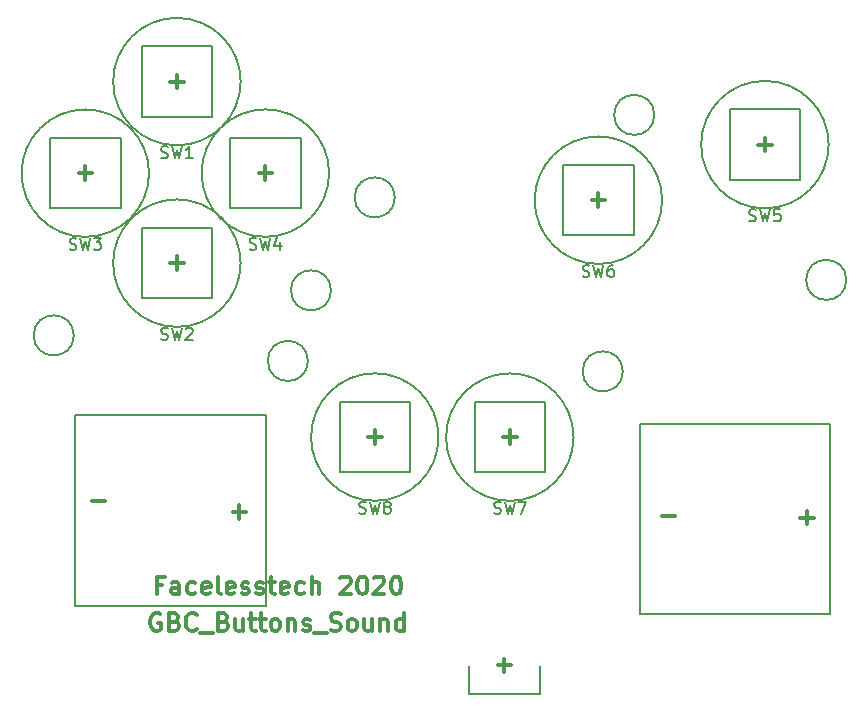
<source format=gbr>
G04 #@! TF.GenerationSoftware,KiCad,Pcbnew,5.0.2+dfsg1-1~bpo9+1*
G04 #@! TF.CreationDate,2020-09-22T18:59:10+01:00*
G04 #@! TF.ProjectId,gbc_outline_buttons_sound_new,6762635f-6f75-4746-9c69-6e655f627574,rev?*
G04 #@! TF.SameCoordinates,Original*
G04 #@! TF.FileFunction,Legend,Top*
G04 #@! TF.FilePolarity,Positive*
%FSLAX46Y46*%
G04 Gerber Fmt 4.6, Leading zero omitted, Abs format (unit mm)*
G04 Created by KiCad (PCBNEW 5.0.2+dfsg1-1~bpo9+1) date Tue 22 Sep 2020 18:59:10 BST*
%MOMM*%
%LPD*%
G01*
G04 APERTURE LIST*
%ADD10C,0.300000*%
%ADD11C,0.150000*%
G04 APERTURE END LIST*
D10*
X69735771Y-152301402D02*
X70878628Y-152301402D01*
X81681391Y-153236122D02*
X82824248Y-153236122D01*
X82252820Y-153807551D02*
X82252820Y-152664694D01*
X129735651Y-153723802D02*
X130878508Y-153723802D01*
X130307080Y-154295231D02*
X130307080Y-153152374D01*
X118021171Y-153594262D02*
X119164028Y-153594262D01*
X75555200Y-161886200D02*
X75412342Y-161814771D01*
X75198057Y-161814771D01*
X74983771Y-161886200D01*
X74840914Y-162029057D01*
X74769485Y-162171914D01*
X74698057Y-162457628D01*
X74698057Y-162671914D01*
X74769485Y-162957628D01*
X74840914Y-163100485D01*
X74983771Y-163243342D01*
X75198057Y-163314771D01*
X75340914Y-163314771D01*
X75555200Y-163243342D01*
X75626628Y-163171914D01*
X75626628Y-162671914D01*
X75340914Y-162671914D01*
X76769485Y-162529057D02*
X76983771Y-162600485D01*
X77055200Y-162671914D01*
X77126628Y-162814771D01*
X77126628Y-163029057D01*
X77055200Y-163171914D01*
X76983771Y-163243342D01*
X76840914Y-163314771D01*
X76269485Y-163314771D01*
X76269485Y-161814771D01*
X76769485Y-161814771D01*
X76912342Y-161886200D01*
X76983771Y-161957628D01*
X77055200Y-162100485D01*
X77055200Y-162243342D01*
X76983771Y-162386200D01*
X76912342Y-162457628D01*
X76769485Y-162529057D01*
X76269485Y-162529057D01*
X78626628Y-163171914D02*
X78555200Y-163243342D01*
X78340914Y-163314771D01*
X78198057Y-163314771D01*
X77983771Y-163243342D01*
X77840914Y-163100485D01*
X77769485Y-162957628D01*
X77698057Y-162671914D01*
X77698057Y-162457628D01*
X77769485Y-162171914D01*
X77840914Y-162029057D01*
X77983771Y-161886200D01*
X78198057Y-161814771D01*
X78340914Y-161814771D01*
X78555200Y-161886200D01*
X78626628Y-161957628D01*
X78912342Y-163457628D02*
X80055200Y-163457628D01*
X80912342Y-162529057D02*
X81126628Y-162600485D01*
X81198057Y-162671914D01*
X81269485Y-162814771D01*
X81269485Y-163029057D01*
X81198057Y-163171914D01*
X81126628Y-163243342D01*
X80983771Y-163314771D01*
X80412342Y-163314771D01*
X80412342Y-161814771D01*
X80912342Y-161814771D01*
X81055200Y-161886200D01*
X81126628Y-161957628D01*
X81198057Y-162100485D01*
X81198057Y-162243342D01*
X81126628Y-162386200D01*
X81055200Y-162457628D01*
X80912342Y-162529057D01*
X80412342Y-162529057D01*
X82555200Y-162314771D02*
X82555200Y-163314771D01*
X81912342Y-162314771D02*
X81912342Y-163100485D01*
X81983771Y-163243342D01*
X82126628Y-163314771D01*
X82340914Y-163314771D01*
X82483771Y-163243342D01*
X82555200Y-163171914D01*
X83055200Y-162314771D02*
X83626628Y-162314771D01*
X83269485Y-161814771D02*
X83269485Y-163100485D01*
X83340914Y-163243342D01*
X83483771Y-163314771D01*
X83626628Y-163314771D01*
X83912342Y-162314771D02*
X84483771Y-162314771D01*
X84126628Y-161814771D02*
X84126628Y-163100485D01*
X84198057Y-163243342D01*
X84340914Y-163314771D01*
X84483771Y-163314771D01*
X85198057Y-163314771D02*
X85055200Y-163243342D01*
X84983771Y-163171914D01*
X84912342Y-163029057D01*
X84912342Y-162600485D01*
X84983771Y-162457628D01*
X85055200Y-162386200D01*
X85198057Y-162314771D01*
X85412342Y-162314771D01*
X85555200Y-162386200D01*
X85626628Y-162457628D01*
X85698057Y-162600485D01*
X85698057Y-163029057D01*
X85626628Y-163171914D01*
X85555200Y-163243342D01*
X85412342Y-163314771D01*
X85198057Y-163314771D01*
X86340914Y-162314771D02*
X86340914Y-163314771D01*
X86340914Y-162457628D02*
X86412342Y-162386200D01*
X86555199Y-162314771D01*
X86769485Y-162314771D01*
X86912342Y-162386200D01*
X86983771Y-162529057D01*
X86983771Y-163314771D01*
X87626628Y-163243342D02*
X87769485Y-163314771D01*
X88055199Y-163314771D01*
X88198057Y-163243342D01*
X88269485Y-163100485D01*
X88269485Y-163029057D01*
X88198057Y-162886200D01*
X88055199Y-162814771D01*
X87840914Y-162814771D01*
X87698057Y-162743342D01*
X87626628Y-162600485D01*
X87626628Y-162529057D01*
X87698057Y-162386200D01*
X87840914Y-162314771D01*
X88055199Y-162314771D01*
X88198057Y-162386200D01*
X88555199Y-163457628D02*
X89698057Y-163457628D01*
X89983771Y-163243342D02*
X90198057Y-163314771D01*
X90555199Y-163314771D01*
X90698057Y-163243342D01*
X90769485Y-163171914D01*
X90840914Y-163029057D01*
X90840914Y-162886200D01*
X90769485Y-162743342D01*
X90698057Y-162671914D01*
X90555199Y-162600485D01*
X90269485Y-162529057D01*
X90126628Y-162457628D01*
X90055199Y-162386200D01*
X89983771Y-162243342D01*
X89983771Y-162100485D01*
X90055199Y-161957628D01*
X90126628Y-161886200D01*
X90269485Y-161814771D01*
X90626628Y-161814771D01*
X90840914Y-161886200D01*
X91698057Y-163314771D02*
X91555200Y-163243342D01*
X91483771Y-163171914D01*
X91412342Y-163029057D01*
X91412342Y-162600485D01*
X91483771Y-162457628D01*
X91555200Y-162386200D01*
X91698057Y-162314771D01*
X91912342Y-162314771D01*
X92055200Y-162386200D01*
X92126628Y-162457628D01*
X92198057Y-162600485D01*
X92198057Y-163029057D01*
X92126628Y-163171914D01*
X92055200Y-163243342D01*
X91912342Y-163314771D01*
X91698057Y-163314771D01*
X93483771Y-162314771D02*
X93483771Y-163314771D01*
X92840914Y-162314771D02*
X92840914Y-163100485D01*
X92912342Y-163243342D01*
X93055200Y-163314771D01*
X93269485Y-163314771D01*
X93412342Y-163243342D01*
X93483771Y-163171914D01*
X94198057Y-162314771D02*
X94198057Y-163314771D01*
X94198057Y-162457628D02*
X94269485Y-162386200D01*
X94412342Y-162314771D01*
X94626628Y-162314771D01*
X94769485Y-162386200D01*
X94840914Y-162529057D01*
X94840914Y-163314771D01*
X96198057Y-163314771D02*
X96198057Y-161814771D01*
X96198057Y-163243342D02*
X96055200Y-163314771D01*
X95769485Y-163314771D01*
X95626628Y-163243342D01*
X95555200Y-163171914D01*
X95483771Y-163029057D01*
X95483771Y-162600485D01*
X95555200Y-162457628D01*
X95626628Y-162386200D01*
X95769485Y-162314771D01*
X96055200Y-162314771D01*
X96198057Y-162386200D01*
X75741011Y-159435337D02*
X75241011Y-159435337D01*
X75241011Y-160221051D02*
X75241011Y-158721051D01*
X75955297Y-158721051D01*
X77169582Y-160221051D02*
X77169582Y-159435337D01*
X77098154Y-159292480D01*
X76955297Y-159221051D01*
X76669582Y-159221051D01*
X76526725Y-159292480D01*
X77169582Y-160149622D02*
X77026725Y-160221051D01*
X76669582Y-160221051D01*
X76526725Y-160149622D01*
X76455297Y-160006765D01*
X76455297Y-159863908D01*
X76526725Y-159721051D01*
X76669582Y-159649622D01*
X77026725Y-159649622D01*
X77169582Y-159578194D01*
X78526725Y-160149622D02*
X78383868Y-160221051D01*
X78098154Y-160221051D01*
X77955297Y-160149622D01*
X77883868Y-160078194D01*
X77812440Y-159935337D01*
X77812440Y-159506765D01*
X77883868Y-159363908D01*
X77955297Y-159292480D01*
X78098154Y-159221051D01*
X78383868Y-159221051D01*
X78526725Y-159292480D01*
X79741011Y-160149622D02*
X79598154Y-160221051D01*
X79312440Y-160221051D01*
X79169582Y-160149622D01*
X79098154Y-160006765D01*
X79098154Y-159435337D01*
X79169582Y-159292480D01*
X79312440Y-159221051D01*
X79598154Y-159221051D01*
X79741011Y-159292480D01*
X79812440Y-159435337D01*
X79812440Y-159578194D01*
X79098154Y-159721051D01*
X80669582Y-160221051D02*
X80526725Y-160149622D01*
X80455297Y-160006765D01*
X80455297Y-158721051D01*
X81812440Y-160149622D02*
X81669582Y-160221051D01*
X81383868Y-160221051D01*
X81241011Y-160149622D01*
X81169582Y-160006765D01*
X81169582Y-159435337D01*
X81241011Y-159292480D01*
X81383868Y-159221051D01*
X81669582Y-159221051D01*
X81812440Y-159292480D01*
X81883868Y-159435337D01*
X81883868Y-159578194D01*
X81169582Y-159721051D01*
X82455297Y-160149622D02*
X82598154Y-160221051D01*
X82883868Y-160221051D01*
X83026725Y-160149622D01*
X83098154Y-160006765D01*
X83098154Y-159935337D01*
X83026725Y-159792480D01*
X82883868Y-159721051D01*
X82669582Y-159721051D01*
X82526725Y-159649622D01*
X82455297Y-159506765D01*
X82455297Y-159435337D01*
X82526725Y-159292480D01*
X82669582Y-159221051D01*
X82883868Y-159221051D01*
X83026725Y-159292480D01*
X83669582Y-160149622D02*
X83812440Y-160221051D01*
X84098154Y-160221051D01*
X84241011Y-160149622D01*
X84312440Y-160006765D01*
X84312440Y-159935337D01*
X84241011Y-159792480D01*
X84098154Y-159721051D01*
X83883868Y-159721051D01*
X83741011Y-159649622D01*
X83669582Y-159506765D01*
X83669582Y-159435337D01*
X83741011Y-159292480D01*
X83883868Y-159221051D01*
X84098154Y-159221051D01*
X84241011Y-159292480D01*
X84741011Y-159221051D02*
X85312440Y-159221051D01*
X84955297Y-158721051D02*
X84955297Y-160006765D01*
X85026725Y-160149622D01*
X85169582Y-160221051D01*
X85312440Y-160221051D01*
X86383868Y-160149622D02*
X86241011Y-160221051D01*
X85955297Y-160221051D01*
X85812440Y-160149622D01*
X85741011Y-160006765D01*
X85741011Y-159435337D01*
X85812440Y-159292480D01*
X85955297Y-159221051D01*
X86241011Y-159221051D01*
X86383868Y-159292480D01*
X86455297Y-159435337D01*
X86455297Y-159578194D01*
X85741011Y-159721051D01*
X87741011Y-160149622D02*
X87598154Y-160221051D01*
X87312440Y-160221051D01*
X87169582Y-160149622D01*
X87098154Y-160078194D01*
X87026725Y-159935337D01*
X87026725Y-159506765D01*
X87098154Y-159363908D01*
X87169582Y-159292480D01*
X87312440Y-159221051D01*
X87598154Y-159221051D01*
X87741011Y-159292480D01*
X88383868Y-160221051D02*
X88383868Y-158721051D01*
X89026725Y-160221051D02*
X89026725Y-159435337D01*
X88955297Y-159292480D01*
X88812440Y-159221051D01*
X88598154Y-159221051D01*
X88455297Y-159292480D01*
X88383868Y-159363908D01*
X90812439Y-158863908D02*
X90883868Y-158792480D01*
X91026725Y-158721051D01*
X91383868Y-158721051D01*
X91526725Y-158792480D01*
X91598154Y-158863908D01*
X91669582Y-159006765D01*
X91669582Y-159149622D01*
X91598154Y-159363908D01*
X90741011Y-160221051D01*
X91669582Y-160221051D01*
X92598154Y-158721051D02*
X92741011Y-158721051D01*
X92883868Y-158792480D01*
X92955297Y-158863908D01*
X93026725Y-159006765D01*
X93098154Y-159292480D01*
X93098154Y-159649622D01*
X93026725Y-159935337D01*
X92955297Y-160078194D01*
X92883868Y-160149622D01*
X92741011Y-160221051D01*
X92598154Y-160221051D01*
X92455297Y-160149622D01*
X92383868Y-160078194D01*
X92312440Y-159935337D01*
X92241011Y-159649622D01*
X92241011Y-159292480D01*
X92312440Y-159006765D01*
X92383868Y-158863908D01*
X92455297Y-158792480D01*
X92598154Y-158721051D01*
X93669582Y-158863908D02*
X93741011Y-158792480D01*
X93883868Y-158721051D01*
X94241011Y-158721051D01*
X94383868Y-158792480D01*
X94455297Y-158863908D01*
X94526725Y-159006765D01*
X94526725Y-159149622D01*
X94455297Y-159363908D01*
X93598154Y-160221051D01*
X94526725Y-160221051D01*
X95455297Y-158721051D02*
X95598154Y-158721051D01*
X95741011Y-158792480D01*
X95812440Y-158863908D01*
X95883868Y-159006765D01*
X95955297Y-159292480D01*
X95955297Y-159649622D01*
X95883868Y-159935337D01*
X95812440Y-160078194D01*
X95741011Y-160149622D01*
X95598154Y-160221051D01*
X95455297Y-160221051D01*
X95312440Y-160149622D01*
X95241011Y-160078194D01*
X95169582Y-159935337D01*
X95098154Y-159649622D01*
X95098154Y-159292480D01*
X95169582Y-159006765D01*
X95241011Y-158863908D01*
X95312440Y-158792480D01*
X95455297Y-158721051D01*
D11*
X107696000Y-168610280D02*
X107696000Y-168605200D01*
X101696520Y-168676320D02*
X107696000Y-168676320D01*
X107696000Y-168661080D02*
X107701080Y-166314120D01*
X101696520Y-168671240D02*
X101701600Y-166324280D01*
D10*
X104122291Y-166243462D02*
X105265148Y-166243462D01*
X104693720Y-166814891D02*
X104693720Y-165672034D01*
X104584571Y-146919142D02*
X105727428Y-146919142D01*
X105156000Y-147490571D02*
X105156000Y-146347714D01*
X93154571Y-146919142D02*
X94297428Y-146919142D01*
X93726000Y-147490571D02*
X93726000Y-146347714D01*
X126174571Y-122154142D02*
X127317428Y-122154142D01*
X126746000Y-122725571D02*
X126746000Y-121582714D01*
X112077571Y-126853142D02*
X113220428Y-126853142D01*
X112649000Y-127424571D02*
X112649000Y-126281714D01*
X83883571Y-124567142D02*
X85026428Y-124567142D01*
X84455000Y-125138571D02*
X84455000Y-123995714D01*
X76390571Y-132187142D02*
X77533428Y-132187142D01*
X76962000Y-132758571D02*
X76962000Y-131615714D01*
X76390571Y-116820142D02*
X77533428Y-116820142D01*
X76962000Y-117391571D02*
X76962000Y-116248714D01*
X68643571Y-124567142D02*
X69786428Y-124567142D01*
X69215000Y-125138571D02*
X69215000Y-123995714D01*
D11*
G04 #@! TO.C,SW3*
X66225420Y-121582180D02*
X72194420Y-121582180D01*
X72194420Y-121582180D02*
X72194420Y-127551180D01*
X72194420Y-127551180D02*
X66225420Y-127551180D01*
X66225420Y-127551180D02*
X66225420Y-121582180D01*
X74606901Y-124566680D02*
G75*
G03X74606901Y-124566680I-5396981J0D01*
G01*
G04 #@! TO.C,REF\002A\002A*
X114714037Y-141348460D02*
G75*
G03X114714037Y-141348460I-1696737J0D01*
G01*
X133637037Y-133601460D02*
G75*
G03X133637037Y-133601460I-1696737J0D01*
G01*
X117381037Y-119631460D02*
G75*
G03X117381037Y-119631460I-1696737J0D01*
G01*
X95410037Y-126616460D02*
G75*
G03X95410037Y-126616460I-1696737J0D01*
G01*
X90012537Y-134490460D02*
G75*
G03X90012537Y-134490460I-1696737J0D01*
G01*
X68232037Y-138300460D02*
G75*
G03X68232037Y-138300460I-1696737J0D01*
G01*
X88056737Y-140462000D02*
G75*
G03X88056737Y-140462000I-1696737J0D01*
G01*
G04 #@! TO.C,LS1*
X124226320Y-145768060D02*
X132290820Y-145768060D01*
X132290820Y-145768060D02*
X132290820Y-161897060D01*
X132290820Y-161897060D02*
X116161820Y-161897060D01*
X116161820Y-161897060D02*
X116161820Y-145768060D01*
X116161820Y-145768060D02*
X124226320Y-145768060D01*
G04 #@! TO.C,SW1*
X73980040Y-113827560D02*
X79949040Y-113827560D01*
X79949040Y-113827560D02*
X79949040Y-119796560D01*
X79949040Y-119796560D02*
X73980040Y-119796560D01*
X73980040Y-119796560D02*
X73980040Y-113827560D01*
X82361521Y-116812060D02*
G75*
G03X82361521Y-116812060I-5396981J0D01*
G01*
G04 #@! TO.C,SW4*
X81470500Y-121574560D02*
X87439500Y-121574560D01*
X87439500Y-121574560D02*
X87439500Y-127543560D01*
X87439500Y-127543560D02*
X81470500Y-127543560D01*
X81470500Y-127543560D02*
X81470500Y-121574560D01*
X89851981Y-124559060D02*
G75*
G03X89851981Y-124559060I-5396981J0D01*
G01*
G04 #@! TO.C,SW2*
X73977500Y-129199640D02*
X79946500Y-129199640D01*
X79946500Y-129199640D02*
X79946500Y-135168640D01*
X79946500Y-135168640D02*
X73977500Y-135168640D01*
X73977500Y-135168640D02*
X73977500Y-129199640D01*
X82358981Y-132184140D02*
G75*
G03X82358981Y-132184140I-5396981J0D01*
G01*
G04 #@! TO.C,SW6*
X109667040Y-123870720D02*
X115636040Y-123870720D01*
X115636040Y-123870720D02*
X115636040Y-129839720D01*
X115636040Y-129839720D02*
X109667040Y-129839720D01*
X109667040Y-129839720D02*
X109667040Y-123870720D01*
X118048521Y-126855220D02*
G75*
G03X118048521Y-126855220I-5396981J0D01*
G01*
G04 #@! TO.C,SW5*
X123764040Y-119164100D02*
X129733040Y-119164100D01*
X129733040Y-119164100D02*
X129733040Y-125133100D01*
X129733040Y-125133100D02*
X123764040Y-125133100D01*
X123764040Y-125133100D02*
X123764040Y-119164100D01*
X132145521Y-122148600D02*
G75*
G03X132145521Y-122148600I-5396981J0D01*
G01*
G04 #@! TO.C,SW8*
X90736420Y-143924020D02*
X96705420Y-143924020D01*
X96705420Y-143924020D02*
X96705420Y-149893020D01*
X96705420Y-149893020D02*
X90736420Y-149893020D01*
X90736420Y-149893020D02*
X90736420Y-143924020D01*
X99117901Y-146908520D02*
G75*
G03X99117901Y-146908520I-5396981J0D01*
G01*
G04 #@! TO.C,SW7*
X102166420Y-143931640D02*
X108135420Y-143931640D01*
X108135420Y-143931640D02*
X108135420Y-149900640D01*
X108135420Y-149900640D02*
X102166420Y-149900640D01*
X102166420Y-149900640D02*
X102166420Y-143931640D01*
X110547901Y-146916140D02*
G75*
G03X110547901Y-146916140I-5396981J0D01*
G01*
G04 #@! TO.C,LS2*
X76413360Y-145046700D02*
X84477860Y-145046700D01*
X84477860Y-145046700D02*
X84477860Y-161175700D01*
X84477860Y-161175700D02*
X68348860Y-161175700D01*
X68348860Y-161175700D02*
X68348860Y-145046700D01*
X68348860Y-145046700D02*
X76413360Y-145046700D01*
G04 #@! TO.C,SW3*
X67876586Y-131003941D02*
X68019443Y-131051560D01*
X68257539Y-131051560D01*
X68352777Y-131003941D01*
X68400396Y-130956322D01*
X68448015Y-130861084D01*
X68448015Y-130765846D01*
X68400396Y-130670608D01*
X68352777Y-130622989D01*
X68257539Y-130575370D01*
X68067062Y-130527751D01*
X67971824Y-130480132D01*
X67924205Y-130432513D01*
X67876586Y-130337275D01*
X67876586Y-130242037D01*
X67924205Y-130146799D01*
X67971824Y-130099180D01*
X68067062Y-130051560D01*
X68305158Y-130051560D01*
X68448015Y-130099180D01*
X68781348Y-130051560D02*
X69019443Y-131051560D01*
X69209920Y-130337275D01*
X69400396Y-131051560D01*
X69638491Y-130051560D01*
X69924205Y-130051560D02*
X70543253Y-130051560D01*
X70209920Y-130432513D01*
X70352777Y-130432513D01*
X70448015Y-130480132D01*
X70495634Y-130527751D01*
X70543253Y-130622989D01*
X70543253Y-130861084D01*
X70495634Y-130956322D01*
X70448015Y-131003941D01*
X70352777Y-131051560D01*
X70067062Y-131051560D01*
X69971824Y-131003941D01*
X69924205Y-130956322D01*
G04 #@! TO.C,SW1*
X75631206Y-123249321D02*
X75774063Y-123296940D01*
X76012159Y-123296940D01*
X76107397Y-123249321D01*
X76155016Y-123201702D01*
X76202635Y-123106464D01*
X76202635Y-123011226D01*
X76155016Y-122915988D01*
X76107397Y-122868369D01*
X76012159Y-122820750D01*
X75821682Y-122773131D01*
X75726444Y-122725512D01*
X75678825Y-122677893D01*
X75631206Y-122582655D01*
X75631206Y-122487417D01*
X75678825Y-122392179D01*
X75726444Y-122344560D01*
X75821682Y-122296940D01*
X76059778Y-122296940D01*
X76202635Y-122344560D01*
X76535968Y-122296940D02*
X76774063Y-123296940D01*
X76964540Y-122582655D01*
X77155016Y-123296940D01*
X77393111Y-122296940D01*
X78297873Y-123296940D02*
X77726444Y-123296940D01*
X78012159Y-123296940D02*
X78012159Y-122296940D01*
X77916920Y-122439798D01*
X77821682Y-122535036D01*
X77726444Y-122582655D01*
G04 #@! TO.C,SW4*
X83121666Y-130996321D02*
X83264523Y-131043940D01*
X83502619Y-131043940D01*
X83597857Y-130996321D01*
X83645476Y-130948702D01*
X83693095Y-130853464D01*
X83693095Y-130758226D01*
X83645476Y-130662988D01*
X83597857Y-130615369D01*
X83502619Y-130567750D01*
X83312142Y-130520131D01*
X83216904Y-130472512D01*
X83169285Y-130424893D01*
X83121666Y-130329655D01*
X83121666Y-130234417D01*
X83169285Y-130139179D01*
X83216904Y-130091560D01*
X83312142Y-130043940D01*
X83550238Y-130043940D01*
X83693095Y-130091560D01*
X84026428Y-130043940D02*
X84264523Y-131043940D01*
X84455000Y-130329655D01*
X84645476Y-131043940D01*
X84883571Y-130043940D01*
X85693095Y-130377274D02*
X85693095Y-131043940D01*
X85455000Y-129996321D02*
X85216904Y-130710607D01*
X85835952Y-130710607D01*
G04 #@! TO.C,SW2*
X75628666Y-138621401D02*
X75771523Y-138669020D01*
X76009619Y-138669020D01*
X76104857Y-138621401D01*
X76152476Y-138573782D01*
X76200095Y-138478544D01*
X76200095Y-138383306D01*
X76152476Y-138288068D01*
X76104857Y-138240449D01*
X76009619Y-138192830D01*
X75819142Y-138145211D01*
X75723904Y-138097592D01*
X75676285Y-138049973D01*
X75628666Y-137954735D01*
X75628666Y-137859497D01*
X75676285Y-137764259D01*
X75723904Y-137716640D01*
X75819142Y-137669020D01*
X76057238Y-137669020D01*
X76200095Y-137716640D01*
X76533428Y-137669020D02*
X76771523Y-138669020D01*
X76962000Y-137954735D01*
X77152476Y-138669020D01*
X77390571Y-137669020D01*
X77723904Y-137764259D02*
X77771523Y-137716640D01*
X77866761Y-137669020D01*
X78104857Y-137669020D01*
X78200095Y-137716640D01*
X78247714Y-137764259D01*
X78295333Y-137859497D01*
X78295333Y-137954735D01*
X78247714Y-138097592D01*
X77676285Y-138669020D01*
X78295333Y-138669020D01*
G04 #@! TO.C,SW6*
X111318206Y-133292481D02*
X111461063Y-133340100D01*
X111699159Y-133340100D01*
X111794397Y-133292481D01*
X111842016Y-133244862D01*
X111889635Y-133149624D01*
X111889635Y-133054386D01*
X111842016Y-132959148D01*
X111794397Y-132911529D01*
X111699159Y-132863910D01*
X111508682Y-132816291D01*
X111413444Y-132768672D01*
X111365825Y-132721053D01*
X111318206Y-132625815D01*
X111318206Y-132530577D01*
X111365825Y-132435339D01*
X111413444Y-132387720D01*
X111508682Y-132340100D01*
X111746778Y-132340100D01*
X111889635Y-132387720D01*
X112222968Y-132340100D02*
X112461063Y-133340100D01*
X112651540Y-132625815D01*
X112842016Y-133340100D01*
X113080111Y-132340100D01*
X113889635Y-132340100D02*
X113699159Y-132340100D01*
X113603920Y-132387720D01*
X113556301Y-132435339D01*
X113461063Y-132578196D01*
X113413444Y-132768672D01*
X113413444Y-133149624D01*
X113461063Y-133244862D01*
X113508682Y-133292481D01*
X113603920Y-133340100D01*
X113794397Y-133340100D01*
X113889635Y-133292481D01*
X113937254Y-133244862D01*
X113984873Y-133149624D01*
X113984873Y-132911529D01*
X113937254Y-132816291D01*
X113889635Y-132768672D01*
X113794397Y-132721053D01*
X113603920Y-132721053D01*
X113508682Y-132768672D01*
X113461063Y-132816291D01*
X113413444Y-132911529D01*
G04 #@! TO.C,SW5*
X125415206Y-128585861D02*
X125558063Y-128633480D01*
X125796159Y-128633480D01*
X125891397Y-128585861D01*
X125939016Y-128538242D01*
X125986635Y-128443004D01*
X125986635Y-128347766D01*
X125939016Y-128252528D01*
X125891397Y-128204909D01*
X125796159Y-128157290D01*
X125605682Y-128109671D01*
X125510444Y-128062052D01*
X125462825Y-128014433D01*
X125415206Y-127919195D01*
X125415206Y-127823957D01*
X125462825Y-127728719D01*
X125510444Y-127681100D01*
X125605682Y-127633480D01*
X125843778Y-127633480D01*
X125986635Y-127681100D01*
X126319968Y-127633480D02*
X126558063Y-128633480D01*
X126748540Y-127919195D01*
X126939016Y-128633480D01*
X127177111Y-127633480D01*
X128034254Y-127633480D02*
X127558063Y-127633480D01*
X127510444Y-128109671D01*
X127558063Y-128062052D01*
X127653301Y-128014433D01*
X127891397Y-128014433D01*
X127986635Y-128062052D01*
X128034254Y-128109671D01*
X128081873Y-128204909D01*
X128081873Y-128443004D01*
X128034254Y-128538242D01*
X127986635Y-128585861D01*
X127891397Y-128633480D01*
X127653301Y-128633480D01*
X127558063Y-128585861D01*
X127510444Y-128538242D01*
G04 #@! TO.C,SW8*
X92387586Y-153345781D02*
X92530443Y-153393400D01*
X92768539Y-153393400D01*
X92863777Y-153345781D01*
X92911396Y-153298162D01*
X92959015Y-153202924D01*
X92959015Y-153107686D01*
X92911396Y-153012448D01*
X92863777Y-152964829D01*
X92768539Y-152917210D01*
X92578062Y-152869591D01*
X92482824Y-152821972D01*
X92435205Y-152774353D01*
X92387586Y-152679115D01*
X92387586Y-152583877D01*
X92435205Y-152488639D01*
X92482824Y-152441020D01*
X92578062Y-152393400D01*
X92816158Y-152393400D01*
X92959015Y-152441020D01*
X93292348Y-152393400D02*
X93530443Y-153393400D01*
X93720920Y-152679115D01*
X93911396Y-153393400D01*
X94149491Y-152393400D01*
X94673300Y-152821972D02*
X94578062Y-152774353D01*
X94530443Y-152726734D01*
X94482824Y-152631496D01*
X94482824Y-152583877D01*
X94530443Y-152488639D01*
X94578062Y-152441020D01*
X94673300Y-152393400D01*
X94863777Y-152393400D01*
X94959015Y-152441020D01*
X95006634Y-152488639D01*
X95054253Y-152583877D01*
X95054253Y-152631496D01*
X95006634Y-152726734D01*
X94959015Y-152774353D01*
X94863777Y-152821972D01*
X94673300Y-152821972D01*
X94578062Y-152869591D01*
X94530443Y-152917210D01*
X94482824Y-153012448D01*
X94482824Y-153202924D01*
X94530443Y-153298162D01*
X94578062Y-153345781D01*
X94673300Y-153393400D01*
X94863777Y-153393400D01*
X94959015Y-153345781D01*
X95006634Y-153298162D01*
X95054253Y-153202924D01*
X95054253Y-153012448D01*
X95006634Y-152917210D01*
X94959015Y-152869591D01*
X94863777Y-152821972D01*
G04 #@! TO.C,SW7*
X103817586Y-153353401D02*
X103960443Y-153401020D01*
X104198539Y-153401020D01*
X104293777Y-153353401D01*
X104341396Y-153305782D01*
X104389015Y-153210544D01*
X104389015Y-153115306D01*
X104341396Y-153020068D01*
X104293777Y-152972449D01*
X104198539Y-152924830D01*
X104008062Y-152877211D01*
X103912824Y-152829592D01*
X103865205Y-152781973D01*
X103817586Y-152686735D01*
X103817586Y-152591497D01*
X103865205Y-152496259D01*
X103912824Y-152448640D01*
X104008062Y-152401020D01*
X104246158Y-152401020D01*
X104389015Y-152448640D01*
X104722348Y-152401020D02*
X104960443Y-153401020D01*
X105150920Y-152686735D01*
X105341396Y-153401020D01*
X105579491Y-152401020D01*
X105865205Y-152401020D02*
X106531872Y-152401020D01*
X106103300Y-153401020D01*
G04 #@! TD*
M02*

</source>
